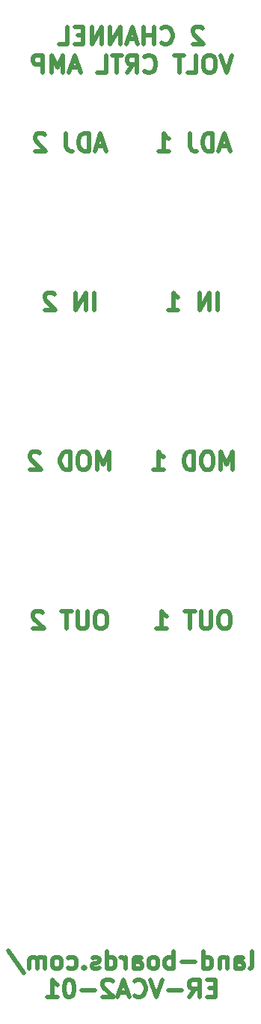
<source format=gbo>
%TF.GenerationSoftware,KiCad,Pcbnew,(6.0.1)*%
%TF.CreationDate,2022-10-17T21:48:52-04:00*%
%TF.ProjectId,ER-VCA2-01-PANEL,45522d56-4341-4322-9d30-312d50414e45,1*%
%TF.SameCoordinates,Original*%
%TF.FileFunction,Legend,Bot*%
%TF.FilePolarity,Positive*%
%FSLAX46Y46*%
G04 Gerber Fmt 4.6, Leading zero omitted, Abs format (unit mm)*
G04 Created by KiCad (PCBNEW (6.0.1)) date 2022-10-17 21:48:52*
%MOMM*%
%LPD*%
G01*
G04 APERTURE LIST*
%ADD10C,0.500000*%
G04 APERTURE END LIST*
D10*
X11952380Y-23283333D02*
X11000000Y-23283333D01*
X12142857Y-23854761D02*
X11476190Y-21854761D01*
X10809523Y-23854761D01*
X10142857Y-23854761D02*
X10142857Y-21854761D01*
X9666666Y-21854761D01*
X9380952Y-21950000D01*
X9190476Y-22140476D01*
X9095238Y-22330952D01*
X9000000Y-22711904D01*
X9000000Y-22997619D01*
X9095238Y-23378571D01*
X9190476Y-23569047D01*
X9380952Y-23759523D01*
X9666666Y-23854761D01*
X10142857Y-23854761D01*
X7571428Y-21854761D02*
X7571428Y-23283333D01*
X7666666Y-23569047D01*
X7857142Y-23759523D01*
X8142857Y-23854761D01*
X8333333Y-23854761D01*
X5190476Y-22045238D02*
X5095238Y-21950000D01*
X4904761Y-21854761D01*
X4428571Y-21854761D01*
X4238095Y-21950000D01*
X4142857Y-22045238D01*
X4047619Y-22235714D01*
X4047619Y-22426190D01*
X4142857Y-22711904D01*
X5285714Y-23854761D01*
X4047619Y-23854761D01*
X11714285Y-75854761D02*
X11333333Y-75854761D01*
X11142857Y-75950000D01*
X10952380Y-76140476D01*
X10857142Y-76521428D01*
X10857142Y-77188095D01*
X10952380Y-77569047D01*
X11142857Y-77759523D01*
X11333333Y-77854761D01*
X11714285Y-77854761D01*
X11904761Y-77759523D01*
X12095238Y-77569047D01*
X12190476Y-77188095D01*
X12190476Y-76521428D01*
X12095238Y-76140476D01*
X11904761Y-75950000D01*
X11714285Y-75854761D01*
X10000000Y-75854761D02*
X10000000Y-77473809D01*
X9904761Y-77664285D01*
X9809523Y-77759523D01*
X9619047Y-77854761D01*
X9238095Y-77854761D01*
X9047619Y-77759523D01*
X8952380Y-77664285D01*
X8857142Y-77473809D01*
X8857142Y-75854761D01*
X8190476Y-75854761D02*
X7047619Y-75854761D01*
X7619047Y-77854761D02*
X7619047Y-75854761D01*
X4952380Y-76045238D02*
X4857142Y-75950000D01*
X4666666Y-75854761D01*
X4190476Y-75854761D01*
X4000000Y-75950000D01*
X3904761Y-76045238D01*
X3809523Y-76235714D01*
X3809523Y-76426190D01*
X3904761Y-76711904D01*
X5047619Y-77854761D01*
X3809523Y-77854761D01*
X25714285Y-75854761D02*
X25333333Y-75854761D01*
X25142857Y-75950000D01*
X24952380Y-76140476D01*
X24857142Y-76521428D01*
X24857142Y-77188095D01*
X24952380Y-77569047D01*
X25142857Y-77759523D01*
X25333333Y-77854761D01*
X25714285Y-77854761D01*
X25904761Y-77759523D01*
X26095238Y-77569047D01*
X26190476Y-77188095D01*
X26190476Y-76521428D01*
X26095238Y-76140476D01*
X25904761Y-75950000D01*
X25714285Y-75854761D01*
X24000000Y-75854761D02*
X24000000Y-77473809D01*
X23904761Y-77664285D01*
X23809523Y-77759523D01*
X23619047Y-77854761D01*
X23238095Y-77854761D01*
X23047619Y-77759523D01*
X22952380Y-77664285D01*
X22857142Y-77473809D01*
X22857142Y-75854761D01*
X22190476Y-75854761D02*
X21047619Y-75854761D01*
X21619047Y-77854761D02*
X21619047Y-75854761D01*
X17809523Y-77854761D02*
X18952380Y-77854761D01*
X18380952Y-77854761D02*
X18380952Y-75854761D01*
X18571428Y-76140476D01*
X18761904Y-76330952D01*
X18952380Y-76426190D01*
X28380952Y-116294761D02*
X28571428Y-116199523D01*
X28666666Y-116009047D01*
X28666666Y-114294761D01*
X26761904Y-116294761D02*
X26761904Y-115247142D01*
X26857142Y-115056666D01*
X27047619Y-114961428D01*
X27428571Y-114961428D01*
X27619047Y-115056666D01*
X26761904Y-116199523D02*
X26952380Y-116294761D01*
X27428571Y-116294761D01*
X27619047Y-116199523D01*
X27714285Y-116009047D01*
X27714285Y-115818571D01*
X27619047Y-115628095D01*
X27428571Y-115532857D01*
X26952380Y-115532857D01*
X26761904Y-115437619D01*
X25809523Y-114961428D02*
X25809523Y-116294761D01*
X25809523Y-115151904D02*
X25714285Y-115056666D01*
X25523809Y-114961428D01*
X25238095Y-114961428D01*
X25047619Y-115056666D01*
X24952380Y-115247142D01*
X24952380Y-116294761D01*
X23142857Y-116294761D02*
X23142857Y-114294761D01*
X23142857Y-116199523D02*
X23333333Y-116294761D01*
X23714285Y-116294761D01*
X23904761Y-116199523D01*
X24000000Y-116104285D01*
X24095238Y-115913809D01*
X24095238Y-115342380D01*
X24000000Y-115151904D01*
X23904761Y-115056666D01*
X23714285Y-114961428D01*
X23333333Y-114961428D01*
X23142857Y-115056666D01*
X22190476Y-115532857D02*
X20666666Y-115532857D01*
X19714285Y-116294761D02*
X19714285Y-114294761D01*
X19714285Y-115056666D02*
X19523809Y-114961428D01*
X19142857Y-114961428D01*
X18952380Y-115056666D01*
X18857142Y-115151904D01*
X18761904Y-115342380D01*
X18761904Y-115913809D01*
X18857142Y-116104285D01*
X18952380Y-116199523D01*
X19142857Y-116294761D01*
X19523809Y-116294761D01*
X19714285Y-116199523D01*
X17619047Y-116294761D02*
X17809523Y-116199523D01*
X17904761Y-116104285D01*
X18000000Y-115913809D01*
X18000000Y-115342380D01*
X17904761Y-115151904D01*
X17809523Y-115056666D01*
X17619047Y-114961428D01*
X17333333Y-114961428D01*
X17142857Y-115056666D01*
X17047619Y-115151904D01*
X16952380Y-115342380D01*
X16952380Y-115913809D01*
X17047619Y-116104285D01*
X17142857Y-116199523D01*
X17333333Y-116294761D01*
X17619047Y-116294761D01*
X15238095Y-116294761D02*
X15238095Y-115247142D01*
X15333333Y-115056666D01*
X15523809Y-114961428D01*
X15904761Y-114961428D01*
X16095238Y-115056666D01*
X15238095Y-116199523D02*
X15428571Y-116294761D01*
X15904761Y-116294761D01*
X16095238Y-116199523D01*
X16190476Y-116009047D01*
X16190476Y-115818571D01*
X16095238Y-115628095D01*
X15904761Y-115532857D01*
X15428571Y-115532857D01*
X15238095Y-115437619D01*
X14285714Y-116294761D02*
X14285714Y-114961428D01*
X14285714Y-115342380D02*
X14190476Y-115151904D01*
X14095238Y-115056666D01*
X13904761Y-114961428D01*
X13714285Y-114961428D01*
X12190476Y-116294761D02*
X12190476Y-114294761D01*
X12190476Y-116199523D02*
X12380952Y-116294761D01*
X12761904Y-116294761D01*
X12952380Y-116199523D01*
X13047619Y-116104285D01*
X13142857Y-115913809D01*
X13142857Y-115342380D01*
X13047619Y-115151904D01*
X12952380Y-115056666D01*
X12761904Y-114961428D01*
X12380952Y-114961428D01*
X12190476Y-115056666D01*
X11333333Y-116199523D02*
X11142857Y-116294761D01*
X10761904Y-116294761D01*
X10571428Y-116199523D01*
X10476190Y-116009047D01*
X10476190Y-115913809D01*
X10571428Y-115723333D01*
X10761904Y-115628095D01*
X11047619Y-115628095D01*
X11238095Y-115532857D01*
X11333333Y-115342380D01*
X11333333Y-115247142D01*
X11238095Y-115056666D01*
X11047619Y-114961428D01*
X10761904Y-114961428D01*
X10571428Y-115056666D01*
X9619047Y-116104285D02*
X9523809Y-116199523D01*
X9619047Y-116294761D01*
X9714285Y-116199523D01*
X9619047Y-116104285D01*
X9619047Y-116294761D01*
X7809523Y-116199523D02*
X7999999Y-116294761D01*
X8380952Y-116294761D01*
X8571428Y-116199523D01*
X8666666Y-116104285D01*
X8761904Y-115913809D01*
X8761904Y-115342380D01*
X8666666Y-115151904D01*
X8571428Y-115056666D01*
X8380952Y-114961428D01*
X7999999Y-114961428D01*
X7809523Y-115056666D01*
X6666666Y-116294761D02*
X6857142Y-116199523D01*
X6952380Y-116104285D01*
X7047619Y-115913809D01*
X7047619Y-115342380D01*
X6952380Y-115151904D01*
X6857142Y-115056666D01*
X6666666Y-114961428D01*
X6380952Y-114961428D01*
X6190476Y-115056666D01*
X6095238Y-115151904D01*
X6000000Y-115342380D01*
X6000000Y-115913809D01*
X6095238Y-116104285D01*
X6190476Y-116199523D01*
X6380952Y-116294761D01*
X6666666Y-116294761D01*
X5142857Y-116294761D02*
X5142857Y-114961428D01*
X5142857Y-115151904D02*
X5047619Y-115056666D01*
X4857142Y-114961428D01*
X4571428Y-114961428D01*
X4380952Y-115056666D01*
X4285714Y-115247142D01*
X4285714Y-116294761D01*
X4285714Y-115247142D02*
X4190476Y-115056666D01*
X3999999Y-114961428D01*
X3714285Y-114961428D01*
X3523809Y-115056666D01*
X3428571Y-115247142D01*
X3428571Y-116294761D01*
X1047619Y-114199523D02*
X2761904Y-116770952D01*
X24476190Y-118467142D02*
X23809523Y-118467142D01*
X23523809Y-119514761D02*
X24476190Y-119514761D01*
X24476190Y-117514761D01*
X23523809Y-117514761D01*
X21523809Y-119514761D02*
X22190476Y-118562380D01*
X22666666Y-119514761D02*
X22666666Y-117514761D01*
X21904761Y-117514761D01*
X21714285Y-117610000D01*
X21619047Y-117705238D01*
X21523809Y-117895714D01*
X21523809Y-118181428D01*
X21619047Y-118371904D01*
X21714285Y-118467142D01*
X21904761Y-118562380D01*
X22666666Y-118562380D01*
X20666666Y-118752857D02*
X19142857Y-118752857D01*
X18476190Y-117514761D02*
X17809523Y-119514761D01*
X17142857Y-117514761D01*
X15333333Y-119324285D02*
X15428571Y-119419523D01*
X15714285Y-119514761D01*
X15904761Y-119514761D01*
X16190476Y-119419523D01*
X16380952Y-119229047D01*
X16476190Y-119038571D01*
X16571428Y-118657619D01*
X16571428Y-118371904D01*
X16476190Y-117990952D01*
X16380952Y-117800476D01*
X16190476Y-117610000D01*
X15904761Y-117514761D01*
X15714285Y-117514761D01*
X15428571Y-117610000D01*
X15333333Y-117705238D01*
X14571428Y-118943333D02*
X13619047Y-118943333D01*
X14761904Y-119514761D02*
X14095238Y-117514761D01*
X13428571Y-119514761D01*
X12857142Y-117705238D02*
X12761904Y-117610000D01*
X12571428Y-117514761D01*
X12095238Y-117514761D01*
X11904761Y-117610000D01*
X11809523Y-117705238D01*
X11714285Y-117895714D01*
X11714285Y-118086190D01*
X11809523Y-118371904D01*
X12952380Y-119514761D01*
X11714285Y-119514761D01*
X10857142Y-118752857D02*
X9333333Y-118752857D01*
X8000000Y-117514761D02*
X7809523Y-117514761D01*
X7619047Y-117610000D01*
X7523809Y-117705238D01*
X7428571Y-117895714D01*
X7333333Y-118276666D01*
X7333333Y-118752857D01*
X7428571Y-119133809D01*
X7523809Y-119324285D01*
X7619047Y-119419523D01*
X7809523Y-119514761D01*
X8000000Y-119514761D01*
X8190476Y-119419523D01*
X8285714Y-119324285D01*
X8380952Y-119133809D01*
X8476190Y-118752857D01*
X8476190Y-118276666D01*
X8380952Y-117895714D01*
X8285714Y-117705238D01*
X8190476Y-117610000D01*
X8000000Y-117514761D01*
X5428571Y-119514761D02*
X6571428Y-119514761D01*
X6000000Y-119514761D02*
X6000000Y-117514761D01*
X6190476Y-117800476D01*
X6380952Y-117990952D01*
X6571428Y-118086190D01*
X26428571Y-59854761D02*
X26428571Y-57854761D01*
X25761904Y-59283333D01*
X25095238Y-57854761D01*
X25095238Y-59854761D01*
X23761904Y-57854761D02*
X23380952Y-57854761D01*
X23190476Y-57950000D01*
X23000000Y-58140476D01*
X22904761Y-58521428D01*
X22904761Y-59188095D01*
X23000000Y-59569047D01*
X23190476Y-59759523D01*
X23380952Y-59854761D01*
X23761904Y-59854761D01*
X23952380Y-59759523D01*
X24142857Y-59569047D01*
X24238095Y-59188095D01*
X24238095Y-58521428D01*
X24142857Y-58140476D01*
X23952380Y-57950000D01*
X23761904Y-57854761D01*
X22047619Y-59854761D02*
X22047619Y-57854761D01*
X21571428Y-57854761D01*
X21285714Y-57950000D01*
X21095238Y-58140476D01*
X21000000Y-58330952D01*
X20904761Y-58711904D01*
X20904761Y-58997619D01*
X21000000Y-59378571D01*
X21095238Y-59569047D01*
X21285714Y-59759523D01*
X21571428Y-59854761D01*
X22047619Y-59854761D01*
X17476190Y-59854761D02*
X18619047Y-59854761D01*
X18047619Y-59854761D02*
X18047619Y-57854761D01*
X18238095Y-58140476D01*
X18428571Y-58330952D01*
X18619047Y-58426190D01*
X23047619Y-9985238D02*
X22952380Y-9890000D01*
X22761904Y-9794761D01*
X22285714Y-9794761D01*
X22095238Y-9890000D01*
X22000000Y-9985238D01*
X21904761Y-10175714D01*
X21904761Y-10366190D01*
X22000000Y-10651904D01*
X23142857Y-11794761D01*
X21904761Y-11794761D01*
X18380952Y-11604285D02*
X18476190Y-11699523D01*
X18761904Y-11794761D01*
X18952380Y-11794761D01*
X19238095Y-11699523D01*
X19428571Y-11509047D01*
X19523809Y-11318571D01*
X19619047Y-10937619D01*
X19619047Y-10651904D01*
X19523809Y-10270952D01*
X19428571Y-10080476D01*
X19238095Y-9890000D01*
X18952380Y-9794761D01*
X18761904Y-9794761D01*
X18476190Y-9890000D01*
X18380952Y-9985238D01*
X17523809Y-11794761D02*
X17523809Y-9794761D01*
X17523809Y-10747142D02*
X16380952Y-10747142D01*
X16380952Y-11794761D02*
X16380952Y-9794761D01*
X15523809Y-11223333D02*
X14571428Y-11223333D01*
X15714285Y-11794761D02*
X15047619Y-9794761D01*
X14380952Y-11794761D01*
X13714285Y-11794761D02*
X13714285Y-9794761D01*
X12571428Y-11794761D01*
X12571428Y-9794761D01*
X11619047Y-11794761D02*
X11619047Y-9794761D01*
X10476190Y-11794761D01*
X10476190Y-9794761D01*
X9523809Y-10747142D02*
X8857142Y-10747142D01*
X8571428Y-11794761D02*
X9523809Y-11794761D01*
X9523809Y-9794761D01*
X8571428Y-9794761D01*
X6761904Y-11794761D02*
X7714285Y-11794761D01*
X7714285Y-9794761D01*
X26380952Y-13014761D02*
X25714285Y-15014761D01*
X25047619Y-13014761D01*
X24000000Y-13014761D02*
X23619047Y-13014761D01*
X23428571Y-13110000D01*
X23238095Y-13300476D01*
X23142857Y-13681428D01*
X23142857Y-14348095D01*
X23238095Y-14729047D01*
X23428571Y-14919523D01*
X23619047Y-15014761D01*
X24000000Y-15014761D01*
X24190476Y-14919523D01*
X24380952Y-14729047D01*
X24476190Y-14348095D01*
X24476190Y-13681428D01*
X24380952Y-13300476D01*
X24190476Y-13110000D01*
X24000000Y-13014761D01*
X21333333Y-15014761D02*
X22285714Y-15014761D01*
X22285714Y-13014761D01*
X20952380Y-13014761D02*
X19809523Y-13014761D01*
X20380952Y-15014761D02*
X20380952Y-13014761D01*
X16476190Y-14824285D02*
X16571428Y-14919523D01*
X16857142Y-15014761D01*
X17047619Y-15014761D01*
X17333333Y-14919523D01*
X17523809Y-14729047D01*
X17619047Y-14538571D01*
X17714285Y-14157619D01*
X17714285Y-13871904D01*
X17619047Y-13490952D01*
X17523809Y-13300476D01*
X17333333Y-13110000D01*
X17047619Y-13014761D01*
X16857142Y-13014761D01*
X16571428Y-13110000D01*
X16476190Y-13205238D01*
X14476190Y-15014761D02*
X15142857Y-14062380D01*
X15619047Y-15014761D02*
X15619047Y-13014761D01*
X14857142Y-13014761D01*
X14666666Y-13110000D01*
X14571428Y-13205238D01*
X14476190Y-13395714D01*
X14476190Y-13681428D01*
X14571428Y-13871904D01*
X14666666Y-13967142D01*
X14857142Y-14062380D01*
X15619047Y-14062380D01*
X13904761Y-13014761D02*
X12761904Y-13014761D01*
X13333333Y-15014761D02*
X13333333Y-13014761D01*
X11142857Y-15014761D02*
X12095238Y-15014761D01*
X12095238Y-13014761D01*
X9047619Y-14443333D02*
X8095238Y-14443333D01*
X9238095Y-15014761D02*
X8571428Y-13014761D01*
X7904761Y-15014761D01*
X7238095Y-15014761D02*
X7238095Y-13014761D01*
X6571428Y-14443333D01*
X5904761Y-13014761D01*
X5904761Y-15014761D01*
X4952380Y-15014761D02*
X4952380Y-13014761D01*
X4190476Y-13014761D01*
X4000000Y-13110000D01*
X3904761Y-13205238D01*
X3809523Y-13395714D01*
X3809523Y-13681428D01*
X3904761Y-13871904D01*
X4000000Y-13967142D01*
X4190476Y-14062380D01*
X4952380Y-14062380D01*
X10761904Y-41854761D02*
X10761904Y-39854761D01*
X9809523Y-41854761D02*
X9809523Y-39854761D01*
X8666666Y-41854761D01*
X8666666Y-39854761D01*
X6285714Y-40045238D02*
X6190476Y-39950000D01*
X6000000Y-39854761D01*
X5523809Y-39854761D01*
X5333333Y-39950000D01*
X5238095Y-40045238D01*
X5142857Y-40235714D01*
X5142857Y-40426190D01*
X5238095Y-40711904D01*
X6380952Y-41854761D01*
X5142857Y-41854761D01*
X25952380Y-23283333D02*
X25000000Y-23283333D01*
X26142857Y-23854761D02*
X25476190Y-21854761D01*
X24809523Y-23854761D01*
X24142857Y-23854761D02*
X24142857Y-21854761D01*
X23666666Y-21854761D01*
X23380952Y-21950000D01*
X23190476Y-22140476D01*
X23095238Y-22330952D01*
X23000000Y-22711904D01*
X23000000Y-22997619D01*
X23095238Y-23378571D01*
X23190476Y-23569047D01*
X23380952Y-23759523D01*
X23666666Y-23854761D01*
X24142857Y-23854761D01*
X21571428Y-21854761D02*
X21571428Y-23283333D01*
X21666666Y-23569047D01*
X21857142Y-23759523D01*
X22142857Y-23854761D01*
X22333333Y-23854761D01*
X18047619Y-23854761D02*
X19190476Y-23854761D01*
X18619047Y-23854761D02*
X18619047Y-21854761D01*
X18809523Y-22140476D01*
X19000000Y-22330952D01*
X19190476Y-22426190D01*
X12428571Y-59854761D02*
X12428571Y-57854761D01*
X11761904Y-59283333D01*
X11095238Y-57854761D01*
X11095238Y-59854761D01*
X9761904Y-57854761D02*
X9380952Y-57854761D01*
X9190476Y-57950000D01*
X9000000Y-58140476D01*
X8904761Y-58521428D01*
X8904761Y-59188095D01*
X9000000Y-59569047D01*
X9190476Y-59759523D01*
X9380952Y-59854761D01*
X9761904Y-59854761D01*
X9952380Y-59759523D01*
X10142857Y-59569047D01*
X10238095Y-59188095D01*
X10238095Y-58521428D01*
X10142857Y-58140476D01*
X9952380Y-57950000D01*
X9761904Y-57854761D01*
X8047619Y-59854761D02*
X8047619Y-57854761D01*
X7571428Y-57854761D01*
X7285714Y-57950000D01*
X7095238Y-58140476D01*
X7000000Y-58330952D01*
X6904761Y-58711904D01*
X6904761Y-58997619D01*
X7000000Y-59378571D01*
X7095238Y-59569047D01*
X7285714Y-59759523D01*
X7571428Y-59854761D01*
X8047619Y-59854761D01*
X4619047Y-58045238D02*
X4523809Y-57950000D01*
X4333333Y-57854761D01*
X3857142Y-57854761D01*
X3666666Y-57950000D01*
X3571428Y-58045238D01*
X3476190Y-58235714D01*
X3476190Y-58426190D01*
X3571428Y-58711904D01*
X4714285Y-59854761D01*
X3476190Y-59854761D01*
X24761904Y-41854761D02*
X24761904Y-39854761D01*
X23809523Y-41854761D02*
X23809523Y-39854761D01*
X22666666Y-41854761D01*
X22666666Y-39854761D01*
X19142857Y-41854761D02*
X20285714Y-41854761D01*
X19714285Y-41854761D02*
X19714285Y-39854761D01*
X19904761Y-40140476D01*
X20095238Y-40330952D01*
X20285714Y-40426190D01*
M02*

</source>
